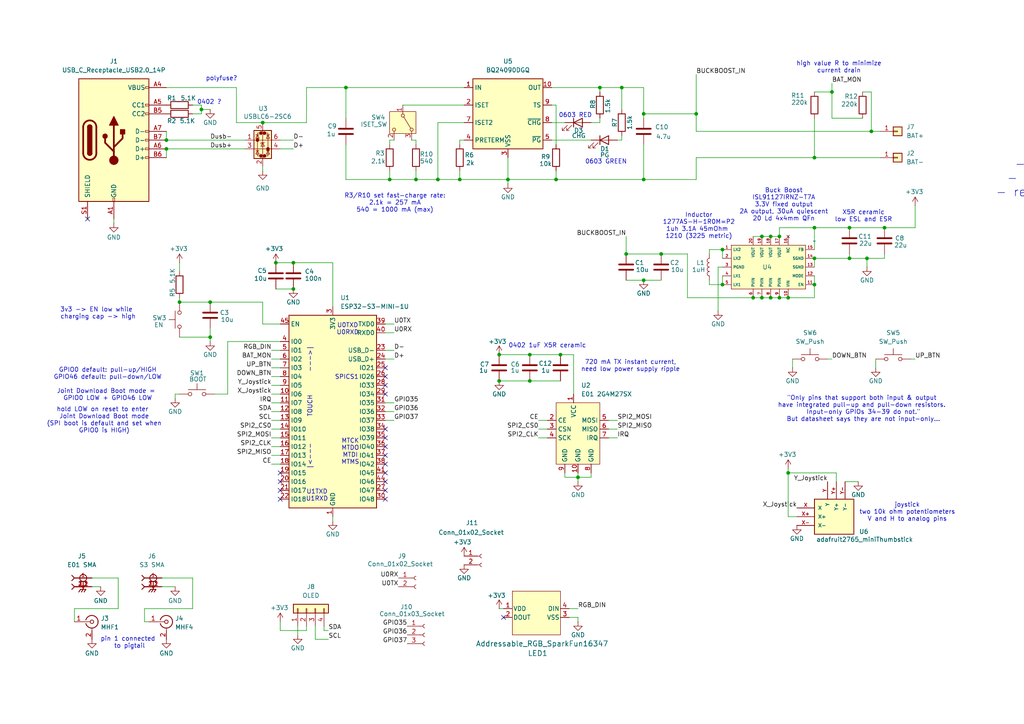
<source format=kicad_sch>
(kicad_sch (version 20231120) (generator "eeschema") (generator_version "8.0")
  (paper "A4")
  (junction (at 167.64 138.43))
  (junction (at 153.67 102.87))
  (junction (at 191.77 73.66))
  (junction (at 236.22 45.72))
  (junction (at 76.2 35.56))
  (junction (at 48.26 40.64))
  (junction (at 220.98 86.36))
  (junction (at 60.96 97.79))
  (junction (at 209.55 82.55))
  (junction (at 220.98 68.58))
  (junction (at 85.09 83.82))
  (junction (at 58.42 31.75))
  (junction (at 226.06 68.58))
  (junction (at 223.52 86.36))
  (junction (at 201.93 33.02))
  (junction (at 48.26 43.18))
  (junction (at 246.38 66.04))
  (junction (at 246.38 74.93))
  (junction (at 80.01 76.2))
  (junction (at 223.52 68.58))
  (junction (at 228.6 137.16))
  (junction (at 153.67 110.49))
  (junction (at 162.56 102.87))
  (junction (at 241.3 26.67))
  (junction (at 226.06 86.36))
  (junction (at 100.33 25.4))
  (junction (at 186.69 33.02))
  (junction (at 173.99 25.4))
  (junction (at 120.65 52.07))
  (junction (at 236.22 82.55))
  (junction (at 186.69 52.07))
  (junction (at 236.22 66.04))
  (junction (at 251.46 74.93))
  (junction (at 144.78 102.87))
  (junction (at 252.73 38.1))
  (junction (at 180.34 25.4))
  (junction (at 147.32 52.07))
  (junction (at 218.44 86.36))
  (junction (at 60.96 87.63))
  (junction (at 133.35 52.07))
  (junction (at 113.03 52.07))
  (junction (at 236.22 74.93))
  (junction (at 127 52.07))
  (junction (at 144.78 110.49))
  (junction (at 85.09 76.2))
  (junction (at 186.69 81.28))
  (junction (at 161.29 52.07))
  (junction (at 181.61 73.66))
  (junction (at 228.6 86.36))
  (junction (at 209.55 72.39))
  (junction (at 256.54 66.04))
  (junction (at 52.07 87.63))
  (no_connect (at 111.76 109.22))
  (no_connect (at 81.28 144.78))
  (no_connect (at 111.76 134.62))
  (no_connect (at 81.28 142.24))
  (no_connect (at 111.76 142.24))
  (no_connect (at 111.76 132.08))
  (no_connect (at 111.76 137.16))
  (no_connect (at 111.76 106.68))
  (no_connect (at 111.76 129.54))
  (no_connect (at 81.28 139.7))
  (no_connect (at 111.76 139.7))
  (no_connect (at 81.28 137.16))
  (no_connect (at 111.76 114.3))
  (no_connect (at 111.76 144.78))
  (no_connect (at 146.05 179.07))
  (no_connect (at 111.76 111.76))
  (no_connect (at 111.76 124.46))
  (no_connect (at 111.76 127))
  (no_connect (at 25.4 63.5))
  (wire (pts (xy 201.93 38.1) (xy 201.93 33.02)))
  (wire (pts (xy 78.74 121.92) (xy 81.28 121.92)))
  (wire (pts (xy 180.34 25.4) (xy 180.34 31.75)))
  (wire (pts (xy 153.67 110.49) (xy 162.56 110.49)))
  (wire (pts (xy 236.22 80.01) (xy 236.22 82.55)))
  (wire (pts (xy 251.46 77.47) (xy 251.46 74.93)))
  (wire (pts (xy 180.34 40.64) (xy 179.07 40.64)))
  (wire (pts (xy 241.3 24.13) (xy 241.3 26.67)))
  (wire (pts (xy 199.39 73.66) (xy 199.39 86.36)))
  (wire (pts (xy 52.07 76.2) (xy 52.07 78.74)))
  (wire (pts (xy 236.22 74.93) (xy 236.22 77.47)))
  (wire (pts (xy 50.8 114.3) (xy 52.07 114.3)))
  (wire (pts (xy 78.74 124.46) (xy 81.28 124.46)))
  (wire (pts (xy 48.26 40.64) (xy 71.12 40.64)))
  (wire (pts (xy 85.09 76.2) (xy 96.52 76.2)))
  (wire (pts (xy 52.07 97.79) (xy 60.96 97.79)))
  (wire (pts (xy 236.22 82.55) (xy 236.22 86.36)))
  (wire (pts (xy 201.93 45.72) (xy 236.22 45.72)))
  (wire (pts (xy 240.03 104.14) (xy 241.3 104.14)))
  (wire (pts (xy 76.2 87.63) (xy 76.2 93.98)))
  (wire (pts (xy 166.37 114.3) (xy 166.37 102.87)))
  (wire (pts (xy 134.62 35.56) (xy 127 35.56)))
  (wire (pts (xy 181.61 68.58) (xy 181.61 73.66)))
  (wire (pts (xy 236.22 45.72) (xy 255.27 45.72)))
  (wire (pts (xy 218.44 68.58) (xy 220.98 68.58)))
  (wire (pts (xy 34.29 167.64) (xy 26.67 167.64)))
  (wire (pts (xy 120.65 40.64) (xy 120.65 41.91)))
  (wire (pts (xy 100.33 52.07) (xy 113.03 52.07)))
  (wire (pts (xy 209.55 77.47) (xy 208.28 77.47)))
  (wire (pts (xy 256.54 74.93) (xy 256.54 73.66)))
  (wire (pts (xy 76.2 35.56) (xy 88.9 35.56)))
  (wire (pts (xy 242.57 137.16) (xy 242.57 139.7)))
  (wire (pts (xy 127 52.07) (xy 133.35 52.07)))
  (wire (pts (xy 55.88 33.02) (xy 58.42 33.02)))
  (wire (pts (xy 165.1 176.53) (xy 167.64 176.53)))
  (wire (pts (xy 218.44 86.36) (xy 220.98 86.36)))
  (wire (pts (xy 100.33 25.4) (xy 134.62 25.4)))
  (wire (pts (xy 43.18 180.34) (xy 41.91 180.34)))
  (wire (pts (xy 171.45 138.43) (xy 171.45 137.16)))
  (wire (pts (xy 78.74 134.62) (xy 81.28 134.62)))
  (wire (pts (xy 144.78 176.53) (xy 146.05 176.53)))
  (wire (pts (xy 228.6 149.86) (xy 228.6 137.16)))
  (wire (pts (xy 209.55 80.01) (xy 209.55 82.55)))
  (wire (pts (xy 80.01 76.2) (xy 85.09 76.2)))
  (wire (pts (xy 186.69 33.02) (xy 201.93 33.02)))
  (wire (pts (xy 156.21 127) (xy 158.75 127)))
  (wire (pts (xy 68.58 35.56) (xy 76.2 35.56)))
  (wire (pts (xy 113.03 49.53) (xy 113.03 52.07)))
  (wire (pts (xy 201.93 38.1) (xy 252.73 38.1)))
  (wire (pts (xy 147.32 45.72) (xy 147.32 52.07)))
  (wire (pts (xy 48.26 43.18) (xy 71.12 43.18)))
  (wire (pts (xy 186.69 81.28) (xy 191.77 81.28)))
  (wire (pts (xy 236.22 34.29) (xy 236.22 45.72)))
  (wire (pts (xy 161.29 30.48) (xy 161.29 41.91)))
  (wire (pts (xy 246.38 66.04) (xy 256.54 66.04)))
  (wire (pts (xy 160.02 25.4) (xy 173.99 25.4)))
  (wire (pts (xy 236.22 26.67) (xy 241.3 26.67)))
  (wire (pts (xy 120.65 49.53) (xy 120.65 52.07)))
  (wire (pts (xy 96.52 76.2) (xy 96.52 88.9)))
  (wire (pts (xy 52.07 87.63) (xy 60.96 87.63)))
  (wire (pts (xy 236.22 66.04) (xy 236.22 72.39)))
  (wire (pts (xy 66.04 114.3) (xy 66.04 99.06)))
  (wire (pts (xy 41.91 180.34) (xy 41.91 176.53)))
  (wire (pts (xy 228.6 137.16) (xy 242.57 137.16)))
  (wire (pts (xy 250.19 26.67) (xy 252.73 26.67)))
  (wire (pts (xy 252.73 38.1) (xy 255.27 38.1)))
  (wire (pts (xy 114.3 104.14) (xy 111.76 104.14)))
  (wire (pts (xy 119.38 40.64) (xy 120.65 40.64)))
  (wire (pts (xy 78.74 114.3) (xy 81.28 114.3)))
  (wire (pts (xy 78.74 132.08) (xy 81.28 132.08)))
  (wire (pts (xy 245.11 139.7) (xy 248.92 139.7)))
  (wire (pts (xy 256.54 66.04) (xy 265.43 66.04)))
  (wire (pts (xy 58.42 31.75) (xy 60.96 31.75)))
  (wire (pts (xy 111.76 96.52) (xy 114.3 96.52)))
  (wire (pts (xy 116.84 30.48) (xy 134.62 30.48)))
  (wire (pts (xy 78.74 109.22) (xy 81.28 109.22)))
  (wire (pts (xy 171.45 35.56) (xy 173.99 35.56)))
  (wire (pts (xy 113.03 40.64) (xy 114.3 40.64)))
  (wire (pts (xy 96.52 149.86) (xy 96.52 151.13)))
  (wire (pts (xy 144.78 102.87) (xy 153.67 102.87)))
  (wire (pts (xy 186.69 33.02) (xy 186.69 34.29)))
  (wire (pts (xy 161.29 52.07) (xy 186.69 52.07)))
  (wire (pts (xy 100.33 25.4) (xy 100.33 34.29)))
  (wire (pts (xy 127 35.56) (xy 127 52.07)))
  (wire (pts (xy 254 106.68) (xy 254 104.14)))
  (wire (pts (xy 120.65 52.07) (xy 127 52.07)))
  (wire (pts (xy 160.02 35.56) (xy 163.83 35.56)))
  (wire (pts (xy 78.74 119.38) (xy 81.28 119.38)))
  (wire (pts (xy 156.21 121.92) (xy 158.75 121.92)))
  (wire (pts (xy 76.2 93.98) (xy 81.28 93.98)))
  (wire (pts (xy 100.33 41.91) (xy 100.33 52.07)))
  (wire (pts (xy 205.74 82.55) (xy 209.55 82.55)))
  (wire (pts (xy 163.83 138.43) (xy 163.83 137.16)))
  (wire (pts (xy 226.06 68.58) (xy 226.06 66.04)))
  (wire (pts (xy 186.69 52.07) (xy 201.93 52.07)))
  (wire (pts (xy 264.16 104.14) (xy 265.43 104.14)))
  (wire (pts (xy 46.99 170.18) (xy 50.8 170.18)))
  (wire (pts (xy 205.74 72.39) (xy 205.74 73.66)))
  (wire (pts (xy 113.03 40.64) (xy 113.03 41.91)))
  (wire (pts (xy 88.9 35.56) (xy 88.9 25.4)))
  (wire (pts (xy 173.99 25.4) (xy 180.34 25.4)))
  (wire (pts (xy 176.53 127) (xy 179.07 127)))
  (wire (pts (xy 88.9 182.88) (xy 88.9 181.61)))
  (wire (pts (xy 199.39 86.36) (xy 218.44 86.36)))
  (wire (pts (xy 220.98 86.36) (xy 223.52 86.36)))
  (wire (pts (xy 246.38 74.93) (xy 246.38 73.66)))
  (wire (pts (xy 241.3 34.29) (xy 250.19 34.29)))
  (wire (pts (xy 134.62 40.64) (xy 133.35 40.64)))
  (wire (pts (xy 205.74 72.39) (xy 209.55 72.39)))
  (wire (pts (xy 60.96 87.63) (xy 76.2 87.63)))
  (wire (pts (xy 93.98 181.61) (xy 93.98 182.88)))
  (wire (pts (xy 78.74 101.6) (xy 81.28 101.6)))
  (wire (pts (xy 62.23 114.3) (xy 66.04 114.3)))
  (wire (pts (xy 55.88 176.53) (xy 55.88 167.64)))
  (wire (pts (xy 88.9 25.4) (xy 100.33 25.4)))
  (wire (pts (xy 133.35 40.64) (xy 133.35 41.91)))
  (wire (pts (xy 173.99 35.56) (xy 173.99 34.29)))
  (wire (pts (xy 66.04 99.06) (xy 81.28 99.06)))
  (wire (pts (xy 80.01 83.82) (xy 85.09 83.82)))
  (wire (pts (xy 81.28 40.64) (xy 85.09 40.64)))
  (wire (pts (xy 220.98 68.58) (xy 223.52 68.58)))
  (wire (pts (xy 111.76 119.38) (xy 114.3 119.38)))
  (wire (pts (xy 167.64 138.43) (xy 171.45 138.43)))
  (wire (pts (xy 165.1 179.07) (xy 167.64 179.07)))
  (wire (pts (xy 76.2 49.53) (xy 76.2 48.26)))
  (wire (pts (xy 167.64 138.43) (xy 167.64 139.7)))
  (wire (pts (xy 48.26 38.1) (xy 48.26 40.64)))
  (wire (pts (xy 265.43 66.04) (xy 265.43 59.69)))
  (wire (pts (xy 186.69 25.4) (xy 186.69 33.02)))
  (wire (pts (xy 201.93 45.72) (xy 201.93 52.07)))
  (wire (pts (xy 147.32 52.07) (xy 147.32 53.34)))
  (wire (pts (xy 144.78 110.49) (xy 153.67 110.49)))
  (wire (pts (xy 34.29 167.64) (xy 34.29 176.53)))
  (wire (pts (xy 162.56 102.87) (xy 166.37 102.87)))
  (wire (pts (xy 78.74 104.14) (xy 81.28 104.14)))
  (wire (pts (xy 167.64 179.07) (xy 167.64 180.34)))
  (wire (pts (xy 223.52 68.58) (xy 226.06 68.58)))
  (wire (pts (xy 78.74 111.76) (xy 81.28 111.76)))
  (wire (pts (xy 52.07 86.36) (xy 52.07 87.63)))
  (wire (pts (xy 58.42 31.75) (xy 58.42 30.48)))
  (wire (pts (xy 78.74 106.68) (xy 81.28 106.68)))
  (wire (pts (xy 251.46 74.93) (xy 246.38 74.93)))
  (wire (pts (xy 201.93 21.59) (xy 201.93 33.02)))
  (wire (pts (xy 41.91 176.53) (xy 55.88 176.53)))
  (wire (pts (xy 179.07 121.92) (xy 176.53 121.92)))
  (wire (pts (xy 21.59 176.53) (xy 21.59 180.34)))
  (wire (pts (xy 231.14 149.86) (xy 228.6 149.86)))
  (wire (pts (xy 58.42 33.02) (xy 58.42 31.75)))
  (wire (pts (xy 55.88 30.48) (xy 58.42 30.48)))
  (wire (pts (xy 186.69 41.91) (xy 186.69 52.07)))
  (wire (pts (xy 78.74 129.54) (xy 81.28 129.54)))
  (wire (pts (xy 208.28 77.47) (xy 208.28 90.17)))
  (wire (pts (xy 81.28 182.88) (xy 88.9 182.88)))
  (wire (pts (xy 179.07 124.46) (xy 176.53 124.46)))
  (wire (pts (xy 34.29 176.53) (xy 21.59 176.53)))
  (wire (pts (xy 167.64 138.43) (xy 167.64 137.16)))
  (wire (pts (xy 60.96 95.25) (xy 60.96 97.79)))
  (wire (pts (xy 156.21 124.46) (xy 158.75 124.46)))
  (wire (pts (xy 81.28 180.34) (xy 81.28 182.88)))
  (wire (pts (xy 228.6 137.16) (xy 228.6 135.89)))
  (wire (pts (xy 33.02 64.77) (xy 33.02 63.5)))
  (wire (pts (xy 236.22 74.93) (xy 246.38 74.93)))
  (wire (pts (xy 209.55 74.93) (xy 209.55 72.39)))
  (wire (pts (xy 81.28 43.18) (xy 85.09 43.18)))
  (wire (pts (xy 180.34 39.37) (xy 180.34 40.64)))
  (wire (pts (xy 95.25 185.42) (xy 91.44 185.42)))
  (wire (pts (xy 191.77 73.66) (xy 199.39 73.66)))
  (wire (pts (xy 111.76 116.84) (xy 114.3 116.84)))
  (wire (pts (xy 153.67 102.87) (xy 162.56 102.87)))
  (wire (pts (xy 236.22 66.04) (xy 246.38 66.04)))
  (wire (pts (xy 48.26 25.4) (xy 68.58 25.4)))
  (wire (pts (xy 78.74 127) (xy 81.28 127)))
  (wire (pts (xy 241.3 26.67) (xy 241.3 34.29)))
  (wire (pts (xy 205.74 81.28) (xy 205.74 82.55)))
  (wire (pts (xy 229.87 106.68) (xy 229.87 104.14)))
  (wire (pts (xy 114.3 101.6) (xy 111.76 101.6)))
  (wire (pts (xy 78.74 116.84) (xy 81.28 116.84)))
  (wire (pts (xy 236.22 86.36) (xy 228.6 86.36)))
  (wire (pts (xy 68.58 25.4) (xy 68.58 35.56)))
  (wire (pts (xy 191.77 73.66) (xy 181.61 73.66)))
  (wire (pts (xy 133.35 52.07) (xy 147.32 52.07)))
  (wire (pts (xy 223.52 86.36) (xy 226.06 86.36)))
  (wire (pts (xy 113.03 52.07) (xy 120.65 52.07)))
  (wire (pts (xy 91.44 185.42) (xy 91.44 181.61)))
  (wire (pts (xy 93.98 182.88) (xy 95.25 182.88)))
  (wire (pts (xy 111.76 121.92) (xy 114.3 121.92)))
  (wire (pts (xy 26.67 170.18) (xy 29.21 170.18)))
  (wire (pts (xy 180.34 25.4) (xy 186.69 25.4)))
  (wire (pts (xy 173.99 26.67) (xy 173.99 25.4)))
  (wire (pts (xy 181.61 81.28) (xy 186.69 81.28)))
  (wire (pts (xy 147.32 52.07) (xy 161.29 52.07)))
  (wire (pts (xy 86.36 184.15) (xy 86.36 181.61)))
  (wire (pts (xy 251.46 74.93) (xy 256.54 74.93)))
  (wire (pts (xy 50.8 115.57) (xy 50.8 114.3)))
  (wire (pts (xy 60.96 97.79) (xy 60.96 99.06)))
  (wire (pts (xy 161.29 49.53) (xy 161.29 52.07)))
  (wire (pts (xy 46.99 167.64) (xy 55.88 167.64)))
  (wire (pts (xy 160.02 40.64) (xy 171.45 40.64)))
  (wire (pts (xy 163.83 138.43) (xy 167.64 138.43)))
  (wire (pts (xy 111.76 93.98) (xy 114.3 93.98)))
  (wire (pts (xy 48.26 43.18) (xy 48.26 45.72)))
  (wire (pts (xy 133.35 49.53) (xy 133.35 52.07)))
  (wire (pts (xy 226.06 66.04) (xy 236.22 66.04)))
  (wire (pts (xy 226.06 86.36) (xy 228.6 86.36)))
  (wire (pts (xy 252.73 26.67) (xy 252.73 38.1)))
  (wire (pts (xy 160.02 30.48) (xy 161.29 30.48)))
  (text "Buck Boost\nISL91127IRNZ-T7A\n3.3V fixed output\n2A output, 30uA quiescent\n20 Ld 4x4mm QFn" (at 227.33 59.436 0) (effects (font (size 1.27 1.27))))
  (text "polyfuse?" (at 64.262 22.86 0) (effects (font (size 1.27 1.27))))
  (text "|<---        TOUCH       --->|" (at 89.916 118.364 90) (effects (font (size 1.27 1.27))))
  (text "3v3 -> EN low while \ncharging cap -> high" (at 28.448 90.932 0) (effects (font (size 1.27 1.27))))
  (text "high value R to minimize\ncurrent drain" (at 243.332 19.558 0) (effects (font (size 1.27 1.27))))
  (text "X5R ceramic\nlow ESL and ESR" (at 250.444 62.738 0) (effects (font (size 1.27 1.27))))
  (text "U0TXD\nU0RXD" (at 100.838 95.504 0) (effects (font (size 1.27 1.27))))
  (text "joystick\ntwo 10k ohm potentiometers\nV and H to analog pins" (at 263.144 148.59 0) (effects (font (size 1.27 1.27))))
  (text "U1TXD\nU1RXD" (at 91.948 143.764 0) (effects (font (size 1.27 1.27))))
  (text "\"Only pins that support both input & output \nhave integrated pull-up and pull-down resistors. \nInput-only GPIOs 34-39 do not.\"\nBut datasheet says they are not input-only..." (at 250.444 118.618 0) (effects (font (size 1.27 1.27))))
  (text "720 mA TX instant current,\nneed low power supply ripple" (at 182.88 106.172 0) (effects (font (size 1.27 1.27))))
  (text "SPICS1" (at 100.584 109.474 0) (effects (font (size 1.27 1.27))))
  (text "Lipo protection:\nMeshnology Lipos have over-charge, \nrev polarity, temp protection, current limit\n(charge and discharge), over-discarge" (at 319.024 80.772 0) (effects (font (size 1.27 1.27))))
  (text "- low ripple power for rf\n- power path lipo charger?\n- replace SMD LEDS with THT?\n" (at 319.024 51.816 0) (effects (font (size 2.54 2.54))))
  (text "hold LOW on reset to enter \nJoint Download Boot mode\n(SPI boot is default and set when\nGPIO0 is HIGH)" (at 30.226 121.92 0) (effects (font (size 1.27 1.27))))
  (text "R3/R10 set fast-charge rate:\n2.1k = 257 mA\n540 = 1000 mA (max)\n" (at 114.554 58.928 0) (effects (font (size 1.27 1.27))))
  (text "0402 ?" (at 60.706 29.718 0) (effects (font (size 1.27 1.27))))
  (text "0402 1uF X5R ceramic" (at 158.75 100.33 0) (effects (font (size 1.27 1.27))))
  (text "Inductor\n1277AS-H-1R0M=P2\n1uh 3.1A 45mOhm \n1210 (3225 metric)" (at 202.692 65.532 0) (effects (font (size 1.27 1.27))))
  (text "0603 GREEN" (at 175.768 46.99 0) (effects (font (size 1.27 1.27))))
  (text "pin 1 connected \nto pigtail" (at 37.592 186.436 0) (effects (font (size 1.27 1.27))))
  (text "GPIO0 default: pull-up/HIGH\nGPIO46 default: pull-down/LOW\n\nJoint Download Boot mode = \nGPIO0 LOW + GPIO46 LOW" (at 31.242 111.506 0) (effects (font (size 1.27 1.27))))
  (text "0603 RED" (at 166.878 33.528 0) (effects (font (size 1.27 1.27))))
  (text "MTCK\nMTDO\nMTDI\nMTMS" (at 101.6 131.064 0) (effects (font (size 1.27 1.27))))
  (label "U0TX" (at 114.3 93.98 0))
  (label "IRQ" (at 78.74 116.84 180))
  (label "IRQ" (at 179.07 127 0))
  (label "SDA" (at 78.74 119.38 180))
  (label "D-" (at 85.09 40.64 0))
  (label "Dusb+" (at 60.96 43.18 0))
  (label "SPI2_CS0" (at 156.21 124.46 180))
  (label "SPI2_MISO" (at 179.07 124.46 0))
  (label "DOWN_BTN" (at 78.74 109.22 180))
  (label "SDA" (at 95.25 182.88 0))
  (label "D-" (at 114.3 101.6 0))
  (label "BUCKBOOST_IN" (at 201.93 21.59 0))
  (label "U0TX" (at 115.57 170.18 180))
  (label "X_Joystick" (at 231.14 147.32 180))
  (label "U0RX" (at 114.3 96.52 0))
  (label "BUCKBOOST_IN" (at 181.61 68.58 180))
  (label "GPIO37" (at 118.11 186.69 180))
  (label "RGB_DIN" (at 167.64 176.53 0))
  (label "CE" (at 78.74 134.62 180))
  (label "CE" (at 156.21 121.92 180))
  (label "GPIO36" (at 114.3 119.38 0))
  (label "GPIO35" (at 114.3 116.84 0))
  (label "SPI2_CLK" (at 156.21 127 180))
  (label "Y_Joystick" (at 78.74 111.76 180))
  (label "UP_BTN" (at 78.74 106.68 180))
  (label "SCL" (at 95.25 185.42 0))
  (label "SPI2_MOSI" (at 78.74 127 180))
  (label "BAT_MON" (at 78.74 104.14 180))
  (label "Y_Joystick" (at 240.03 139.7 180))
  (label "GPIO37" (at 114.3 121.92 0))
  (label "X_Joystick" (at 78.74 114.3 180))
  (label "D+" (at 85.09 43.18 0))
  (label "GPIO36" (at 118.11 184.15 180))
  (label "UP_BTN" (at 265.43 104.14 0))
  (label "SPI2_CS0" (at 78.74 124.46 180))
  (label "U0RX" (at 115.57 167.64 180))
  (label "SCL" (at 78.74 121.92 180))
  (label "SPI2_CLK" (at 78.74 129.54 180))
  (label "GPIO35" (at 118.11 181.61 180))
  (label "RGB_DIN" (at 78.74 101.6 180))
  (label "BAT_MON" (at 241.3 24.13 0))
  (label "DOWN_BTN" (at 241.3 104.14 0))
  (label "D+" (at 114.3 104.14 0))
  (label "SPI2_MOSI" (at 179.07 121.92 0))
  (label "Dusb-" (at 60.96 40.64 0))
  (label "SPI2_MISO" (at 78.74 132.08 180))
  (symbol (lib_id "Device:R") (at 52.07 33.02 90) (unit 1)
    (property "Reference" "R2" (at 49.784 35.052 90))
    (property "Value" "5.1K" (at 54.356 35.052 90))
    (property "Footprint" "Resistor_SMD:R_0402_1005Metric" (effects (hide yes)))
    (property "Description" "Resistor" (effects (hide yes)))
  )
  (symbol (lib_id "Device:C") (at 144.78 106.68 0) (unit 1)
    (property "Reference" "C7" (at 139.192 105.664 0) (effects (justify left)))
    (property "Value" "1u" (at 138.938 107.442 0) (effects (justify left)))
    (property "Footprint" "Capacitor_SMD:C_0402_1005Metric" (effects (hide yes)))
    (property "Description" "Unpolarized capacitor" (effects (hide yes)))
  )
  (symbol (lib_id "power:GND") (at 33.02 64.77 0) (unit 1)
    (property "Reference" "#PWR02" (effects (hide yes)))
    (property "Value" "GND" (at 33.02 68.834 0))
    (property "Description" "Power symbol creates a global label with name \"GND\" , ground" (effects (hide yes)))
  )
  (symbol (lib_id "Device:C") (at 100.33 38.1 0) (unit 1)
    (property "Reference" "C9" (at 94.996 36.576 0) (effects (justify left)))
    (property "Value" "1u" (at 94.742 38.862 0) (effects (justify left)))
    (property "Footprint" "Capacitor_SMD:C_0402_1005Metric" (effects (hide yes)))
    (property "Description" "Unpolarized capacitor" (effects (hide yes)))
  )
  (symbol (lib_id "Power_Protection:USBLC6-2SC6") (at 76.2 40.64 0) (unit 1)
    (property "Reference" "U3" (at 74.93 31.496 0) (effects (justify left)))
    (property "Value" "USBLC6-2SC6" (at 70.612 33.782 0) (effects (justify left)))
    (property "Footprint" "Package_TO_SOT_SMD:SOT-23-6" (effects (hide yes)))
    (property "Datasheet" "https://www.st.com/resource/en/datasheet/usblc6-2.pdf" (effects (hide yes)))
    (property "Description" "Very low capacitance ESD protection diode, 2 data-line, SOT-23-6" (effects (hide yes)))
  )
  (symbol (lib_id "Connector:Conn_Coaxial") (at 48.26 180.34 0) (unit 1)
    (property "Reference" "J4" (at 50.8 179.3631 0) (effects (justify left)))
    (property "Value" "MHF4" (at 50.8 181.9031 0) (effects (justify left)))
    (property "Footprint" "IPEX MHF4:IPEX_20449-001E-03" (effects (hide yes)))
    (property "Description" "coaxial connector (BNC, SMA, SMB, SMC, Cinch/RCA, LEMO, ...)" (effects (hide yes)))
  )
  (symbol (lib_id "power:+3V3") (at 81.28 180.34 0) (unit 1)
    (property "Reference" "#PWR030" (effects (hide yes)))
    (property "Value" "+3V3" (at 81.026 176.276 0))
    (property "Description" "Power symbol creates a global label with name \"+3V3\"" (effects (hide yes)))
  )
  (symbol (lib_id "power:GND") (at 48.26 185.42 0) (unit 1)
    (property "Reference" "#PWR027" (effects (hide yes)))
    (property "Value" "GND" (at 48.26 189.484 0))
    (property "Description" "Power symbol creates a global label with name \"GND\" , ground" (effects (hide yes)))
  )
  (symbol (lib_id "Device:R") (at 133.35 45.72 180) (unit 1)
    (property "Reference" "R6" (at 136.144 44.958 0))
    (property "Value" "2k" (at 136.398 47.244 0))
    (property "Footprint" "Resistor_SMD:R_0402_1005Metric" (effects (hide yes)))
    (property "Description" "Resistor" (effects (hide yes)))
  )
  (symbol (lib_id "power:GND") (at 186.69 81.28 0) (unit 1)
    (property "Reference" "#PWR08" (effects (hide yes)))
    (property "Value" "GND" (at 186.69 85.09 0))
    (property "Description" "Power symbol creates a global label with name \"GND\" , ground" (effects (hide yes)))
  )
  (symbol (lib_id "power:GND") (at 96.52 151.13 0) (unit 1)
    (property "Reference" "#PWR04" (effects (hide yes)))
    (property "Value" "GND" (at 96.52 154.94 0))
    (property "Description" "Power symbol creates a global label with name \"GND\" , ground" (effects (hide yes)))
  )
  (symbol (lib_id "power:GND") (at 208.28 90.17 0) (unit 1)
    (property "Reference" "#PWR06" (effects (hide yes)))
    (property "Value" "GND" (at 208.28 93.98 0))
    (property "Description" "Power symbol creates a global label with name \"GND\" , ground" (effects (hide yes)))
  )
  (symbol (lib_id "Switch:SW_Push") (at 52.07 92.71 90) (unit 1)
    (property "Reference" "SW3" (at 44.196 92.202 90) (effects (justify right)))
    (property "Value" "EN" (at 44.704 94.234 90) (effects (justify right)))
    (property "Footprint" "Button_Switch_SMD:3x4x2mm button" (effects (hide yes)))
    (property "Description" "Push button switch, generic, two pins" (effects (hide yes)))
  )
  (symbol (lib_id "Device:C") (at 80.01 80.01 0) (unit 1)
    (property "Reference" "C5" (at 74.676 78.486 0) (effects (justify left)))
    (property "Value" "10u" (at 73.66 80.772 0) (effects (justify left)))
    (property "Footprint" "Capacitor_SMD:C_0402_1005Metric" (effects (hide yes)))
    (property "Description" "Unpolarized capacitor" (effects (hide yes)))
  )
  (symbol (lib_id "Device:C") (at 186.69 38.1 0) (unit 1)
    (property "Reference" "C10" (at 189.992 36.83 0) (effects (justify left)))
    (property "Value" "4.7u" (at 190.246 39.624 0) (effects (justify left)))
    (property "Footprint" "Capacitor_SMD:C_0402_1005Metric" (effects (hide yes)))
    (property "Description" "Unpolarized capacitor" (effects (hide yes)))
  )
  (symbol (lib_name "Conn_Coaxial_1") (lib_id "Connector:Conn_Coaxial") (at 26.67 180.34 0) (unit 1)
    (property "Reference" "J3" (at 29.21 179.3631 0) (effects (justify left)))
    (property "Value" "MHF1" (at 29.21 181.9031 0) (effects (justify left)))
    (property "Footprint" "Connector_Coaxial:U.FL_Molex_MCRF_73412-0110_Vertical" (effects (hide yes)))
    (property "Description" "coaxial connector (BNC, SMA, SMB, SMC, Cinch/RCA, LEMO, ...)" (effects (hide yes)))
  )
  (symbol (lib_id "power:GND") (at 60.96 31.75 0) (unit 1)
    (property "Reference" "#PWR03" (effects (hide yes)))
    (property "Value" "GND" (at 60.96 35.56 0))
    (property "Description" "Power symbol creates a global label with name \"GND\" , ground" (effects (hide yes)))
  )
  (symbol (lib_id "Connector_Generic:Conn_01x01") (at 260.35 45.72 0) (unit 1)
    (property "Reference" "J2" (at 262.89 44.4499 0) (effects (justify left)))
    (property "Value" "BAT-" (at 262.89 46.9899 0) (effects (justify left)))
    (property "Footprint" "Connector_PinHeader_2.54mm:PinHeader_1x01_P2.54mm_Vertical" (effects (hide yes)))
    (property "Description" "Generic connector, single row, 01x01, script generated (kicad-library-utils/schlib/autogen/connector/)" (effects (hide yes)))
  )
  (symbol (lib_id "power:GND") (at 26.67 185.42 0) (unit 1)
    (property "Reference" "#PWR026" (effects (hide yes)))
    (property "Value" "GND" (at 26.67 189.484 0))
    (property "Description" "Power symbol creates a global label with name \"GND\" , ground" (effects (hide yes)))
  )
  (symbol (lib_id "Device:LED") (at 167.64 35.56 0) (unit 1)
    (property "Reference" "D3" (at 169.164 37.846 0) (effects (justify right)))
    (property "Value" "CHG" (at 169.926 39.37 0) (effects (justify right)))
    (property "Footprint" "LED_SMD:LED_0603_1608Metric" (effects (hide yes)))
    (property "Description" "Light emitting diode" (effects (hide yes)))
  )
  (symbol (lib_id "Device:C") (at 153.67 106.68 0) (unit 1)
    (property "Reference" "C6" (at 148.082 105.664 0) (effects (justify left)))
    (property "Value" "1u" (at 148.082 107.442 0) (effects (justify left)))
    (property "Footprint" "Capacitor_SMD:C_0402_1005Metric" (effects (hide yes)))
    (property "Description" "Unpolarized capacitor" (effects (hide yes)))
  )
  (symbol (lib_id "Switch:SW_Push") (at 259.08 104.14 0) (unit 1)
    (property "Reference" "SW5" (at 259.08 96.52 0))
    (property "Value" "SW_Push" (at 259.08 99.06 0))
    (property "Footprint" "Button_Switch_THT:SW_PUSH-12mm" (effects (hide yes)))
    (property "Description" "Push button switch, generic, two pins" (effects (hide yes)))
  )
  (symbol (lib_id "LED:Addressable_RGB_SparkFun16347") (at 140.97 176.53 0) (unit 1)
    (property "Reference" "LED1" (at 155.956 189.484 0) (effects (font (size 1.524 1.524))))
    (property "Value" "Addressable_RGB_SparkFun16347" (at 157.226 186.69 0) (effects (font (size 1.524 1.524))))
    (property "Footprint" "LED_SMD:SparkFun_16347_AddressableRGB" (effects (hide yes)))
    (property "Datasheet" "COM-16347" (effects (hide yes)))
  )
  (symbol (lib_id "Device:C") (at 85.09 80.01 0) (unit 1)
    (property "Reference" "C4" (at 88.392 78.74 0) (effects (justify left)))
    (property "Value" "100n" (at 88.392 80.772 0) (effects (justify left)))
    (property "Footprint" "Capacitor_SMD:C_0402_1005Metric" (effects (hide yes)))
    (property "Description" "Unpolarized capacitor" (effects (hide yes)))
  )
  (symbol (lib_id "power:GND") (at 85.09 83.82 0) (unit 1)
    (property "Reference" "#PWR015" (effects (hide yes)))
    (property "Value" "GND" (at 85.09 87.63 0))
    (property "Description" "Power symbol creates a global label with name \"GND\" , ground" (effects (hide yes)))
  )
  (symbol (lib_id "Device:L") (at 205.74 77.47 180) (unit 1)
    (property "Reference" "L1" (at 201.93 76.2 0) (effects (justify right)))
    (property "Value" "1uH" (at 200.66 78.232 0) (effects (justify right)))
    (property "Footprint" "Inductor_SMD:1277AS-H-1R0M=P2" (effects (hide yes)))
    (property "Description" "Inductor" (effects (hide yes)))
  )
  (symbol (lib_id "power:GND") (at 251.46 77.47 0) (unit 1)
    (property "Reference" "#PWR023" (effects (hide yes)))
    (property "Value" "GND" (at 251.46 81.28 0))
    (property "Description" "Power symbol creates a global label with name \"GND\" , ground" (effects (hide yes)))
  )
  (symbol (lib_id "power:GND") (at 60.96 99.06 0) (unit 1)
    (property "Reference" "#PWR012" (effects (hide yes)))
    (property "Value" "GND" (at 60.96 102.87 0))
    (property "Description" "Power symbol creates a global label with name \"GND\" , ground" (effects (hide yes)))
  )
  (symbol (lib_id "Connector_Generic:Conn_01x01") (at 260.35 38.1 0) (unit 1)
    (property "Reference" "J7" (at 262.89 36.8299 0) (effects (justify left)))
    (property "Value" "BAT+" (at 262.89 39.3699 0) (effects (justify left)))
    (property "Footprint" "Connector_PinHeader_2.54mm:PinHeader_1x01_P2.54mm_Vertical" (effects (hide yes)))
    (property "Description" "Generic connector, single row, 01x01, script generated (kicad-library-utils/schlib/autogen/connector/)" (effects (hide yes)))
  )
  (symbol (lib_id "EBYTE:Ebyte_E01_2G4M27SX") (at 143.51 146.05 0) (unit 1)
    (property "Reference" "U2" (at 168.5641 111.76 0) (effects (justify left)))
    (property "Value" "E01 2G4M27SX" (at 168.5641 114.3 0) (effects (justify left)))
    (property "Footprint" "EBYTE:Ebyte E01 2G4M27SX" (effects (hide yes)))
  )
  (symbol (lib_id "Switch:SW_Push") (at 234.95 104.14 0) (unit 1)
    (property "Reference" "SW6" (at 234.95 96.52 0))
    (property "Value" "SW_Push" (at 234.95 99.06 0))
    (property "Footprint" "Button_Switch_THT:SW_PUSH-12mm" (effects (hide yes)))
    (property "Description" "Push button switch, generic, two pins" (effects (hide yes)))
  )
  (symbol (lib_id "Device:R") (at 113.03 45.72 180) (unit 1)
    (property "Reference" "R3" (at 110.236 44.45 0))
    (property "Value" "2.1k" (at 109.728 46.736 0))
    (property "Footprint" "Resistor_SMD:R_0402_1005Metric" (effects (hide yes)))
    (property "Description" "Resistor" (effects (hide yes)))
  )
  (symbol (lib_id "power:GND") (at 231.14 152.4 0) (unit 1)
    (property "Reference" "#PWR020" (effects (hide yes)))
    (property "Value" "GND" (at 231.14 156.21 0))
    (property "Description" "Power symbol creates a global label with name \"GND\" , ground" (effects (hide yes)))
  )
  (symbol (lib_id "power:GND") (at 76.2 49.53 0) (unit 1)
    (property "Reference" "#PWR019" (effects (hide yes)))
    (property "Value" "GND" (at 76.2 54.61 0))
    (property "Description" "Power symbol creates a global label with name \"GND\" , ground" (effects (hide yes)))
  )
  (symbol (lib_name "SMA-J-P-H-ST-EM1_1") (lib_id "SMA-J-P-H-ST-EM1:SMA-J-P-H-ST-EM1") (at 24.13 170.18 0) (unit 1)
    (property "Reference" "J5" (at 23.749 161.29 0))
    (property "Value" "E01 SMA" (at 23.749 163.83 0))
    (property "Footprint" "SMA-J-P-H-ST-EM1:SAMTEC_SMA-J-P-H-ST-EM1" (effects (hide yes)))
    (property "MF" "Samtec" (effects (hide yes)))
    (property "MAXIMUM_PACKAGE_HEIGHT" "3.675mm" (effects (hide yes)))
    (property "Package" "None" (effects (hide yes)))
    (property "Price" "None" (effects (hide yes)))
    (property "Check_prices" "https://www.snapeda.com/parts/SMA-J-P-H-ST-EM1/Samtec+Inc./view-part/?ref=eda" (effects (hide yes)))
    (property "STANDARD" "Manufacturer Recommendations" (effects (hide yes)))
    (property "PARTREV" "G" (effects (hide yes)))
    (property "SnapEDA_Link" "https://www.snapeda.com/parts/SMA-J-P-H-ST-EM1/Samtec+Inc./view-part/?ref=snap" (effects (hide yes)))
    (property "MP" "SMA-J-P-H-ST-EM1" (effects (hide yes)))
    (property "Description_1" "\n                        \n                            SMA Connector Jack, Female Socket 50 Ohms Board Edge, End Launch Solder\n                        \n" (effects (hide yes)))
    (property "Availability" "In Stock" (effects (hide yes)))
    (property "MANUFACTURER" "Samtec" (effects (hide yes)))
  )
  (symbol (lib_id "power:+3V3") (at 265.43 59.69 0) (unit 1)
    (property "Reference" "#PWR024" (effects (hide yes)))
    (property "Value" "+3V3" (at 265.176 55.626 0))
    (property "Description" "Power symbol creates a global label with name \"+3V3\"" (effects (hide yes)))
  )
  (symbol (lib_id "power:+3V3") (at 134.62 161.29 0) (unit 1)
    (property "Reference" "#PWR031" (effects (hide yes)))
    (property "Value" "+3V3" (at 134.112 157.226 0))
    (property "Description" "Power symbol creates a global label with name \"+3V3\"" (effects (hide yes)))
  )
  (symbol (lib_id "Device:C") (at 162.56 106.68 0) (unit 1)
    (property "Reference" "C12" (at 156.21 105.41 0) (effects (justify left)))
    (property "Value" "1u" (at 156.972 107.442 0) (effects (justify left)))
    (property "Footprint" "Capacitor_SMD:C_0402_1005Metric" (effects (hide yes)))
    (property "Description" "Unpolarized capacitor" (effects (hide yes)))
  )
  (symbol (lib_id "Device:C") (at 191.77 77.47 0) (unit 1)
    (property "Reference" "C2" (at 194.31 76.2 0) (effects (justify left)))
    (property "Value" "10u" (at 194.564 78.232 0) (effects (justify left)))
    (property "Footprint" "Capacitor_SMD:C_0603_1608Metric" (effects (hide yes)))
    (property "Description" "Unpolarized capacitor" (effects (hide yes)))
  )
  (symbol (lib_id "Device:C") (at 246.38 69.85 0) (unit 1)
    (property "Reference" "C11" (at 248.92 68.58 0) (effects (justify left)))
    (property "Value" "22u" (at 249.174 70.612 0) (effects (justify left)))
    (property "Footprint" "Capacitor_SMD:C_0603_1608Metric" (effects (hide yes)))
    (property "Description" "Unpolarized capacitor" (effects (hide yes)))
  )
  (symbol (lib_id "Regulator_Switching:ISL91127IRNZ-T7A") (at 222.25 77.47 0) (unit 1)
    (property "Reference" "U4" (at 222.504 77.47 0))
    (property "Value" "~" (at 236.22 69.9103 0))
    (property "Footprint" "Package_DFN_QFN:QFN-20-1EP_4x4mm_P0.5mm_EP2.5x2.5mm" (effects (hide yes)))
  )
  (symbol (lib_id "power:GND") (at 254 106.68 0) (unit 1)
    (property "Reference" "#PWR010" (effects (hide yes)))
    (property "Value" "GND" (at 254 110.49 0))
    (property "Description" "Power symbol creates a global label with name \"GND\" , ground" (effects (hide yes)))
  )
  (symbol (lib_id "Device:R") (at 52.07 30.48 90) (unit 1)
    (property "Reference" "R1" (at 49.784 28.448 90))
    (property "Value" "5.1K" (at 54.61 28.448 90))
    (property "Footprint" "Resistor_SMD:R_0402_1005Metric" (effects (hide yes)))
    (property "Description" "Resistor" (effects (hide yes)))
  )
  (symbol (lib_id "power:+3V3") (at 52.07 76.2 0) (unit 1)
    (property "Reference" "#PWR013" (effects (hide yes)))
    (property "Value" "+3V3" (at 51.816 72.136 0))
    (property "Description" "Power symbol creates a global label with name \"+3V3\"" (effects (hide yes)))
  )
  (symbol (lib_id "power:GND") (at 167.64 180.34 0) (unit 1)
    (property "Reference" "#PWR021" (effects (hide yes)))
    (property "Value" "GND" (at 167.64 184.15 0))
    (property "Description" "Power symbol creates a global label with name \"GND\" , ground" (effects (hide yes)))
  )
  (symbol (lib_id "power:GND") (at 86.36 184.15 0) (unit 1)
    (property "Reference" "#PWR029" (effects (hide yes)))
    (property "Value" "GND" (at 86.36 187.96 0))
    (property "Description" "Power symbol creates a global label with name \"GND\" , ground" (effects (hide yes)))
  )
  (symbol (lib_id "Device:R") (at 173.99 30.48 180) (unit 1)
    (property "Reference" "R8" (at 171.958 30.226 90))
    (property "Value" "1.5k" (at 176.276 30.734 90))
    (property "Footprint" "Resistor_SMD:R_0402_1005Metric" (effects (hide yes)))
    (property "Description" "Resistor" (effects (hide yes)))
  )
  (symbol (lib_id "power:GND") (at 50.8 115.57 0) (unit 1)
    (property "Reference" "#PWR01" (effects (hide yes)))
    (property "Value" "GND" (at 50.8 119.38 0))
    (property "Description" "Power symbol creates a global label with name \"GND\" , ground" (effects (hide yes)))
  )
  (symbol (lib_id "power:GND") (at 147.32 53.34 0) (unit 1)
    (property "Reference" "#PWR022" (effects (hide yes)))
    (property "Value" "GND" (at 147.32 57.15 0))
    (property "Description" "Power symbol creates a global label with name \"GND\" , ground" (effects (hide yes)))
  )
  (symbol (lib_id "Device:R") (at 52.07 82.55 180) (unit 1)
    (property "Reference" "R5" (at 50.038 84.836 90))
    (property "Value" "5.1K" (at 50.038 80.01 90))
    (property "Footprint" "Resistor_SMD:R_0402_1005Metric" (effects (hide yes)))
    (property "Description" "Resistor" (effects (hide yes)))
  )
  (symbol (lib_id "power:+3V3") (at 144.78 102.87 0) (unit 1)
    (property "Reference" "#PWR016" (effects (hide yes)))
    (property "Value" "+3V3" (at 144.272 99.06 0))
    (property "Description" "Power symbol creates a global label with name \"+3V3\"" (effects (hide yes)))
  )
  (symbol (lib_id "Switch:SW_Wuerth_450301014042") (at 116.84 35.56 270) (unit 1)
    (property "Reference" "SW4" (at 109.728 34.036 90))
    (property "Value" "ISET_SW" (at 108.458 36.068 90))
    (property "Footprint" "Button_Switch_THT:SW_Slide-03_Wuerth-WS-SLTV_10x2.5x6.4_P2.54mm" (effects (hide yes)))
    (property "Datasheet" "https://www.we-online.com/components/products/datasheet/450301014042.pdf" (effects (hide yes)))
    (property "Description" "Switch slide, single pole double throw" (effects (hide yes)))
  )
  (symbol (lib_id "power:GND") (at 229.87 106.68 0) (unit 1)
    (property "Reference" "#PWR011" (effects (hide yes)))
    (property "Value" "GND" (at 229.87 110.49 0))
    (property "Description" "Power symbol creates a global label with name \"GND\" , ground" (effects (hide yes)))
  )
  (symbol (lib_id "SMA-J-P-H-ST-EM1:SMA-J-P-H-ST-EM1") (at 44.45 170.18 0) (unit 1)
    (property "Reference" "J6" (at 44.069 161.29 0))
    (property "Value" "S3 SMA" (at 44.069 163.83 0))
    (property "Footprint" "SMA-J-P-H-ST-EM1:SAMTEC_SMA-J-P-H-ST-EM1" (effects (hide yes)))
    (property "MF" "Samtec" (effects (hide yes)))
    (property "MAXIMUM_PACKAGE_HEIGHT" "3.675mm" (effects (hide yes)))
    (property "Package" "None" (effects (hide yes)))
    (property "Price" "None" (effects (hide yes)))
    (property "Check_prices" "https://www.snapeda.com/parts/SMA-J-P-H-ST-EM1/Samtec+Inc./view-part/?ref=eda" (effects (hide yes)))
    (property "STANDARD" "Manufacturer Recommendations" (effects (hide yes)))
    (property "PARTREV" "G" (effects (hide yes)))
    (property "SnapEDA_Link" "https://www.snapeda.com/parts/SMA-J-P-H-ST-EM1/Samtec+Inc./view-part/?ref=snap" (effects (hide yes)))
    (property "MP" "SMA-J-P-H-ST-EM1" (effects (hide yes)))
    (property "Description_1" "\n                        \n                            SMA Connector Jack, Female Socket 50 Ohms Board Edge, End Launch Solder\n                        \n" (effects (hide yes)))
    (property "Availability" "In Stock" (effects (hide yes)))
    (property "MANUFACTURER" "Samtec" (effects (hide yes)))
  )
  (symbol (lib_id "power:GND") (at 167.64 139.7 0) (unit 1)
    (property "Reference" "#PWR018" (effects (hide yes)))
    (property "Value" "GND" (at 167.64 143.51 0))
    (property "Description" "Power symbol creates a global label with name \"GND\" , ground" (effects (hide yes)))
  )
  (symbol (lib_id "Connector:Conn_01x02_Socket") (at 139.7 161.29 0) (unit 1)
    (property "Reference" "J11" (at 136.906 151.638 0))
    (property "Value" "Conn_01x02_Socket" (at 136.652 154.432 0))
    (property "Footprint" "Connector_PinHeader_2.54mm:PinHeader_1x02_P2.54mm_Vertical" (effects (hide yes)))
    (property "Description" "Generic connector, single row, 01x02, script generated" (effects (hide yes)))
  )
  (symbol (lib_id "Connector_Generic:Conn_01x04") (at 88.9 176.53 90) (unit 1)
    (property "Reference" "J8" (at 90.17 170.18 90))
    (property "Value" "OLED" (at 90.17 172.72 90))
    (property "Footprint" "Connector_PinHeader_2.54mm:PinHeader_1x04_P2.54mm_Vertical" (effects (hide yes)))
    (property "Description" "Generic connector, single row, 01x04, script generated (kicad-library-utils/schlib/autogen/connector/)" (effects (hide yes)))
  )
  (symbol (lib_id "Switch:SW_Push") (at 57.15 114.3 0) (unit 1)
    (property "Reference" "SW1" (at 57.15 108.204 0))
    (property "Value" "BOOT" (at 57.404 109.982 0))
    (property "Footprint" "Button_Switch_SMD:3x4x2mm button" (effects (hide yes)))
    (property "Description" "Push button switch, generic, two pins" (effects (hide yes)))
  )
  (symbol (lib_id "power:GND") (at 29.21 170.18 0) (unit 1)
    (property "Reference" "#PWR07" (effects (hide yes)))
    (property "Value" "GND" (at 29.21 174.244 0))
    (property "Description" "Power symbol creates a global label with name \"GND\" , ground" (effects (hide yes)))
  )
  (symbol (lib_id "Analog_Switch:adafruit2765_miniThumbstick") (at 243.84 154.94 0) (unit 1)
    (property "Reference" "U6" (at 249.174 154.178 0) (effects (justify left)))
    (property "Value" "adafruit2765_miniThumbstick" (at 236.728 156.464 0) (effects (justify left)))
    (property "Footprint" "Button_Switch_SMD:adafruit2765_miniThumbstick" (effects (hide yes)))
    (property "PARTREV" "N/A" (effects (hide yes)))
    (property "STANDARD" "Manufacturer Recommendations" (effects (hide yes)))
    (property "MAXIMUM_PACKAGE_HEIGHT" "30.1mm" (effects (hide yes)))
    (property "MANUFACTURER" "SparkFun Electronics" (effects (hide yes)))
  )
  (symbol (lib_id "power:GND") (at 50.8 170.18 0) (unit 1)
    (property "Reference" "#PWR025" (effects (hide yes)))
    (property "Value" "GND" (at 50.8 174.244 0))
    (property "Description" "Power symbol creates a global label with name \"GND\" , ground" (effects (hide yes)))
  )
  (symbol (lib_id "Device:R") (at 161.29 45.72 180) (unit 1)
    (property "Reference" "R9" (at 158.242 45.466 0))
    (property "Value" "10k" (at 158.242 47.498 0))
    (property "Footprint" "Resistor_SMD:R_0402_1005Metric" (effects (hide yes)))
    (property "Description" "Resistor" (effects (hide yes)))
  )
  (symbol (lib_id "Device:C") (at 60.96 91.44 0) (unit 1)
    (property "Reference" "C3" (at 63.754 90.678 0) (effects (justify left)))
    (property "Value" "10u" (at 64.008 92.71 0) (effects (justify left)))
    (property "Footprint" "Capacitor_SMD:C_0402_1005Metric" (effects (hide yes)))
    (property "Description" "Unpolarized capacitor" (effects (hide yes)))
  )
  (symbol (lib_id "Battery_Management:BQ24090DGQ") (at 147.32 33.02 0) (unit 1)
    (property "Reference" "U5" (at 147.32 17.78 0))
    (property "Value" "BQ24090DGQ" (at 147.32 20.32 0))
    (property "Footprint" "Package_SO:HVSSOP-10-1EP_3x3mm_P0.5mm_EP1.57x1.88mm_ThermalVias" (effects (hide yes)))
    (property "Datasheet" "http://www.ti.com/lit/ds/symlink/bq24090.pdf" (effects (hide yes)))
    (property "Description" "1A, Single-Input, SingleCell Li-Ion and Li-Pol BatteryCharger, HVSSOP-10" (effects (hide yes)))
  )
  (symbol (lib_id "power:+3V3") (at 228.6 135.89 0) (unit 1)
    (property "Reference" "#PWR09" (effects (hide yes)))
    (property "Value" "+3V3" (at 228.346 131.826 0))
    (property "Description" "Power symbol creates a global label with name \"+3V3\"" (effects (hide yes)))
  )
  (symbol (lib_id "Device:R") (at 250.19 30.48 0) (unit 1)
    (property "Reference" "R12" (at 246.888 27.94 0))
    (property "Value" "220k" (at 246.38 30.226 0))
    (property "Footprint" "Resistor_SMD:R_0402_1005Metric" (effects (hide yes)))
    (property "Description" "Resistor" (effects (hide yes)))
  )
  (symbol (lib_id "Device:R") (at 120.65 45.72 180) (unit 1)
    (property "Reference" "R10" (at 123.698 44.704 0))
    (property "Value" "540" (at 123.698 46.736 0))
    (property "Footprint" "Resistor_SMD:R_0402_1005Metric" (effects (hide yes)))
    (property "Description" "Resistor" (effects (hide yes)))
  )
  (symbol (lib_id "Device:R") (at 236.22 30.48 0) (unit 1)
    (property "Reference" "R11" (at 231.394 27.686 0))
    (property "Value" "220k" (at 231.902 29.718 0))
    (property "Footprint" "Resistor_SMD:R_0402_1005Metric" (effects (hide yes)))
    (property "Description" "Resistor" (effects (hide yes)))
  )
  (symbol (lib_id "power:GND") (at 134.62 163.83 0) (unit 1)
    (property "Reference" "#PWR032" (effects (hide yes)))
    (property "Value" "GND" (at 134.62 167.64 0))
    (property "Description" "Power symbol creates a global label with name \"GND\" , ground" (effects (hide yes)))
  )
  (symbol (lib_id "power:GND") (at 248.92 139.7 0) (unit 1)
    (property "Reference" "#PWR028" (effects (hide yes)))
    (property "Value" "GND" (at 248.92 143.51 0))
    (property "Description" "Power symbol creates a global label with name \"GND\" , ground" (effects (hide yes)))
  )
  (symbol (lib_id "Connector:Conn_01x02_Socket") (at 120.65 167.64 0) (unit 1)
    (property "Reference" "J9" (at 116.586 161.29 0))
    (property "Value" "Conn_01x02_Socket" (at 116.078 163.576 0))
    (property "Footprint" "Connector_PinHeader_2.54mm:PinHeader_1x02_P2.54mm_Vertical" (effects (hide yes)))
    (property "Description" "Generic connector, single row, 01x02, script generated" (effects (hide yes)))
  )
  (symbol (lib_id "Device:C") (at 181.61 77.47 0) (unit 1)
    (property "Reference" "C1" (at 184.15 76.2 0) (effects (justify left)))
    (property "Value" "10u" (at 184.404 78.232 0) (effects (justify left)))
    (property "Footprint" "Capacitor_SMD:C_0603_1608Metric" (effects (hide yes)))
    (property "Description" "Unpolarized capacitor" (effects (hide yes)))
  )
  (symbol (lib_id "Device:R") (at 180.34 35.56 180) (unit 1)
    (property "Reference" "R7" (at 178.308 35.56 90))
    (property "Value" "1.5k" (at 182.626 35.56 90))
    (property "Footprint" "Resistor_SMD:R_0402_1005Metric" (effects (hide yes)))
    (property "Description" "Resistor" (effects (hide yes)))
  )
  (symbol (lib_id "power:GND") (at 144.78 110.49 0) (unit 1)
    (property "Reference" "#PWR017" (effects (hide yes)))
    (property "Value" "GND" (at 144.78 114.3 0))
    (property "Description" "Power symbol creates a global label with name \"GND\" , ground" (effects (hide yes)))
  )
  (symbol (lib_id "power:+3V3") (at 144.78 176.53 0) (unit 1)
    (property "Reference" "#PWR05" (effects (hide yes)))
    (property "Value" "+3V3" (at 144.018 172.72 0))
    (property "Description" "Power symbol creates a global label with name \"+3V3\"" (effects (hide yes)))
  )
  (symbol (lib_id "power:+3V3") (at 80.01 76.2 0) (unit 1)
    (property "Reference" "#PWR014" (effects (hide yes)))
    (property "Value" "+3V3" (at 79.502 72.136 0))
    (property "Description" "Power symbol creates a global label with name \"+3V3\"" (effects (hide yes)))
  )
  (symbol (lib_id "Device:LED") (at 175.26 40.64 0) (unit 1)
    (property "Reference" "D1" (at 176.784 43.18 0) (effects (justify right)))
    (property "Value" "PG" (at 176.784 44.958 0) (effects (justify right)))
    (property "Footprint" "LED_SMD:LED_0603_1608Metric" (effects (hide yes)))
    (property "Description" "Light emitting diode" (effects (hide yes)))
  )
  (symbol (lib_id "Connector:Conn_01x03_Socket") (at 123.19 184.15 0) (unit 1)
    (property "Reference" "J10" (at 116.078 176.022 0) (effects (justify left)))
    (property "Value" "Conn_01x03_Socket" (at 109.982 178.054 0) (effects (justify left)))
    (property "Footprint" "Connector_PinHeader_2.54mm:PinHeader_1x03_P2.54mm_Vertical" (effects (hide yes)))
    (property "Description" "Generic connector, single row, 01x03, script generated" (effects (hide yes)))
  )
  (symbol (lib_id "Connector:USB_C_Receptacle_USB2.0_14P") (at 33.02 40.64 0) (unit 1)
    (property "Reference" "J1" (at 33.02 17.78 0))
    (property "Value" "USB_C_Receptacle_USB2.0_14P" (at 33.02 20.32 0))
    (property "Footprint" "Connector_USB:USB_C_Receptacle_G-Switch_GT-USB-7010ASV" (effects (hide yes)))
    (property "Datasheet" "https://www.usb.org/sites/default/files/documents/usb_type-c.zip" (effects (hide yes)))
    (property "Description" "USB 2.0-only 14P Type-C Receptacle connector" (effects (hide yes)))
  )
  (symbol (lib_id "Device:C") (at 256.54 69.85 0) (unit 1)
    (property "Reference" "C8" (at 259.588 69.088 0) (effects (justify left)))
    (property "Value" "22u" (at 259.334 71.12 0) (effects (justify left)))
    (property "Footprint" "Capacitor_SMD:C_0603_1608Metric" (effects (hide yes)))
    (property "Description" "Unpolarized capacitor" (effects (hide yes)))
  )
  (symbol (lib_id "RF_Module:ESP32-S3-MINI-1U") (at 96.52 119.38 0) (unit 1)
    (property "Reference" "U1" (at 98.7141 86.36 0) (effects (justify left)))
    (property "Value" "ESP32-S3-MINI-1U" (at 98.7141 88.9 0) (effects (justify left)))
    (property "Footprint" "RF_Module:ESP32-S2-MINI-1U" (effects (hide yes)))
    (property "Datasheet" "https://www.espressif.com/sites/default/files/documentation/esp32-s3-mini-1_mini-1u_datasheet_en.pdf" (effects (hide yes)))
    (property "Description" "RF Module, ESP32-S3 SoC, Wi-Fi 802.11b/g/n, Bluetooth, BLE, 32-bit, 3.3V, SMD, external antenna" (effects (hide yes)))
  )
)
</source>
